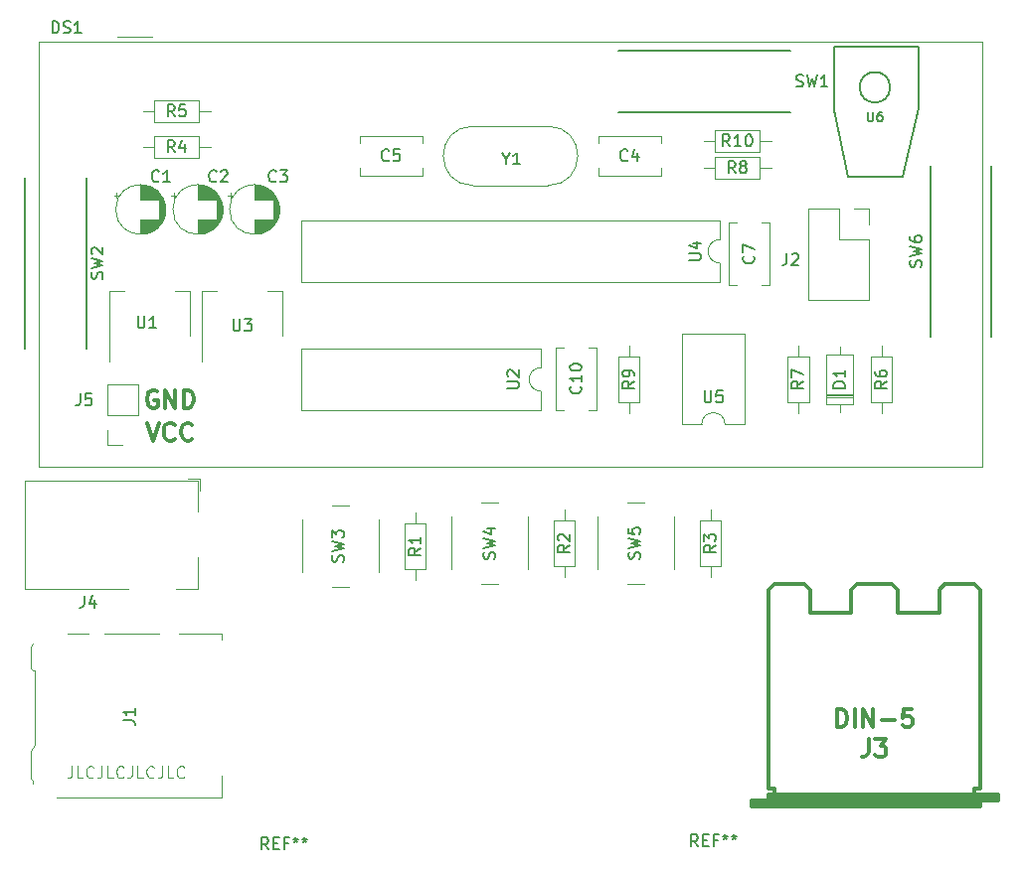
<source format=gbr>
%TF.GenerationSoftware,KiCad,Pcbnew,(6.0.7)*%
%TF.CreationDate,2022-08-13T21:24:58+02:00*%
%TF.ProjectId,SD_interrupter,53445f69-6e74-4657-9272-75707465722e,rev?*%
%TF.SameCoordinates,Original*%
%TF.FileFunction,Legend,Top*%
%TF.FilePolarity,Positive*%
%FSLAX46Y46*%
G04 Gerber Fmt 4.6, Leading zero omitted, Abs format (unit mm)*
G04 Created by KiCad (PCBNEW (6.0.7)) date 2022-08-13 21:24:58*
%MOMM*%
%LPD*%
G01*
G04 APERTURE LIST*
%ADD10C,0.300000*%
%ADD11C,0.125000*%
%ADD12C,0.150000*%
%ADD13C,0.120000*%
%ADD14C,0.304800*%
%ADD15C,0.127000*%
G04 APERTURE END LIST*
D10*
X33376142Y-55110000D02*
X33233285Y-55038571D01*
X33019000Y-55038571D01*
X32804714Y-55110000D01*
X32661857Y-55252857D01*
X32590428Y-55395714D01*
X32519000Y-55681428D01*
X32519000Y-55895714D01*
X32590428Y-56181428D01*
X32661857Y-56324285D01*
X32804714Y-56467142D01*
X33019000Y-56538571D01*
X33161857Y-56538571D01*
X33376142Y-56467142D01*
X33447571Y-56395714D01*
X33447571Y-55895714D01*
X33161857Y-55895714D01*
X34090428Y-56538571D02*
X34090428Y-55038571D01*
X34947571Y-56538571D01*
X34947571Y-55038571D01*
X35661857Y-56538571D02*
X35661857Y-55038571D01*
X36019000Y-55038571D01*
X36233285Y-55110000D01*
X36376142Y-55252857D01*
X36447571Y-55395714D01*
X36519000Y-55681428D01*
X36519000Y-55895714D01*
X36447571Y-56181428D01*
X36376142Y-56324285D01*
X36233285Y-56467142D01*
X36019000Y-56538571D01*
X35661857Y-56538571D01*
X32519000Y-57832571D02*
X33019000Y-59332571D01*
X33519000Y-57832571D01*
X34876142Y-59189714D02*
X34804714Y-59261142D01*
X34590428Y-59332571D01*
X34447571Y-59332571D01*
X34233285Y-59261142D01*
X34090428Y-59118285D01*
X34019000Y-58975428D01*
X33947571Y-58689714D01*
X33947571Y-58475428D01*
X34019000Y-58189714D01*
X34090428Y-58046857D01*
X34233285Y-57904000D01*
X34447571Y-57832571D01*
X34590428Y-57832571D01*
X34804714Y-57904000D01*
X34876142Y-57975428D01*
X36376142Y-59189714D02*
X36304714Y-59261142D01*
X36090428Y-59332571D01*
X35947571Y-59332571D01*
X35733285Y-59261142D01*
X35590428Y-59118285D01*
X35519000Y-58975428D01*
X35447571Y-58689714D01*
X35447571Y-58475428D01*
X35519000Y-58189714D01*
X35590428Y-58046857D01*
X35733285Y-57904000D01*
X35947571Y-57832571D01*
X36090428Y-57832571D01*
X36304714Y-57904000D01*
X36376142Y-57975428D01*
D11*
X26114952Y-87082380D02*
X26114952Y-87796666D01*
X26067333Y-87939523D01*
X25972095Y-88034761D01*
X25829238Y-88082380D01*
X25734000Y-88082380D01*
X27067333Y-88082380D02*
X26591142Y-88082380D01*
X26591142Y-87082380D01*
X27972095Y-87987142D02*
X27924476Y-88034761D01*
X27781619Y-88082380D01*
X27686380Y-88082380D01*
X27543523Y-88034761D01*
X27448285Y-87939523D01*
X27400666Y-87844285D01*
X27353047Y-87653809D01*
X27353047Y-87510952D01*
X27400666Y-87320476D01*
X27448285Y-87225238D01*
X27543523Y-87130000D01*
X27686380Y-87082380D01*
X27781619Y-87082380D01*
X27924476Y-87130000D01*
X27972095Y-87177619D01*
X28686380Y-87082380D02*
X28686380Y-87796666D01*
X28638761Y-87939523D01*
X28543523Y-88034761D01*
X28400666Y-88082380D01*
X28305428Y-88082380D01*
X29638761Y-88082380D02*
X29162571Y-88082380D01*
X29162571Y-87082380D01*
X30543523Y-87987142D02*
X30495904Y-88034761D01*
X30353047Y-88082380D01*
X30257809Y-88082380D01*
X30114952Y-88034761D01*
X30019714Y-87939523D01*
X29972095Y-87844285D01*
X29924476Y-87653809D01*
X29924476Y-87510952D01*
X29972095Y-87320476D01*
X30019714Y-87225238D01*
X30114952Y-87130000D01*
X30257809Y-87082380D01*
X30353047Y-87082380D01*
X30495904Y-87130000D01*
X30543523Y-87177619D01*
X31257809Y-87082380D02*
X31257809Y-87796666D01*
X31210190Y-87939523D01*
X31114952Y-88034761D01*
X30972095Y-88082380D01*
X30876857Y-88082380D01*
X32210190Y-88082380D02*
X31734000Y-88082380D01*
X31734000Y-87082380D01*
X33114952Y-87987142D02*
X33067333Y-88034761D01*
X32924476Y-88082380D01*
X32829238Y-88082380D01*
X32686380Y-88034761D01*
X32591142Y-87939523D01*
X32543523Y-87844285D01*
X32495904Y-87653809D01*
X32495904Y-87510952D01*
X32543523Y-87320476D01*
X32591142Y-87225238D01*
X32686380Y-87130000D01*
X32829238Y-87082380D01*
X32924476Y-87082380D01*
X33067333Y-87130000D01*
X33114952Y-87177619D01*
X33829238Y-87082380D02*
X33829238Y-87796666D01*
X33781619Y-87939523D01*
X33686380Y-88034761D01*
X33543523Y-88082380D01*
X33448285Y-88082380D01*
X34781619Y-88082380D02*
X34305428Y-88082380D01*
X34305428Y-87082380D01*
X35686380Y-87987142D02*
X35638761Y-88034761D01*
X35495904Y-88082380D01*
X35400666Y-88082380D01*
X35257809Y-88034761D01*
X35162571Y-87939523D01*
X35114952Y-87844285D01*
X35067333Y-87653809D01*
X35067333Y-87510952D01*
X35114952Y-87320476D01*
X35162571Y-87225238D01*
X35257809Y-87130000D01*
X35400666Y-87082380D01*
X35495904Y-87082380D01*
X35638761Y-87130000D01*
X35686380Y-87177619D01*
D12*
%TO.C,R6*%
X95526780Y-54268666D02*
X95050590Y-54602000D01*
X95526780Y-54840095D02*
X94526780Y-54840095D01*
X94526780Y-54459142D01*
X94574400Y-54363904D01*
X94622019Y-54316285D01*
X94717257Y-54268666D01*
X94860114Y-54268666D01*
X94955352Y-54316285D01*
X95002971Y-54363904D01*
X95050590Y-54459142D01*
X95050590Y-54840095D01*
X94526780Y-53411523D02*
X94526780Y-53602000D01*
X94574400Y-53697238D01*
X94622019Y-53744857D01*
X94764876Y-53840095D01*
X94955352Y-53887714D01*
X95336304Y-53887714D01*
X95431542Y-53840095D01*
X95479161Y-53792476D01*
X95526780Y-53697238D01*
X95526780Y-53506761D01*
X95479161Y-53411523D01*
X95431542Y-53363904D01*
X95336304Y-53316285D01*
X95098209Y-53316285D01*
X95002971Y-53363904D01*
X94955352Y-53411523D01*
X94907733Y-53506761D01*
X94907733Y-53697238D01*
X94955352Y-53792476D01*
X95002971Y-53840095D01*
X95098209Y-53887714D01*
%TO.C,U2*%
X63191380Y-54873904D02*
X64000904Y-54873904D01*
X64096142Y-54826285D01*
X64143761Y-54778666D01*
X64191380Y-54683428D01*
X64191380Y-54492952D01*
X64143761Y-54397714D01*
X64096142Y-54350095D01*
X64000904Y-54302476D01*
X63191380Y-54302476D01*
X63286619Y-53873904D02*
X63239000Y-53826285D01*
X63191380Y-53731047D01*
X63191380Y-53492952D01*
X63239000Y-53397714D01*
X63286619Y-53350095D01*
X63381857Y-53302476D01*
X63477095Y-53302476D01*
X63619952Y-53350095D01*
X64191380Y-53921523D01*
X64191380Y-53302476D01*
D10*
%TO.C,J3*%
X93988000Y-84776571D02*
X93988000Y-85848000D01*
X93916571Y-86062285D01*
X93773714Y-86205142D01*
X93559428Y-86276571D01*
X93416571Y-86276571D01*
X94559428Y-84776571D02*
X95488000Y-84776571D01*
X94988000Y-85348000D01*
X95202285Y-85348000D01*
X95345142Y-85419428D01*
X95416571Y-85490857D01*
X95488000Y-85633714D01*
X95488000Y-85990857D01*
X95416571Y-86133714D01*
X95345142Y-86205142D01*
X95202285Y-86276571D01*
X94773714Y-86276571D01*
X94630857Y-86205142D01*
X94559428Y-86133714D01*
X91309428Y-83736571D02*
X91309428Y-82236571D01*
X91666571Y-82236571D01*
X91880857Y-82308000D01*
X92023714Y-82450857D01*
X92095142Y-82593714D01*
X92166571Y-82879428D01*
X92166571Y-83093714D01*
X92095142Y-83379428D01*
X92023714Y-83522285D01*
X91880857Y-83665142D01*
X91666571Y-83736571D01*
X91309428Y-83736571D01*
X92809428Y-83736571D02*
X92809428Y-82236571D01*
X93523714Y-83736571D02*
X93523714Y-82236571D01*
X94380857Y-83736571D01*
X94380857Y-82236571D01*
X95095142Y-83165142D02*
X96238000Y-83165142D01*
X97666571Y-82236571D02*
X96952285Y-82236571D01*
X96880857Y-82950857D01*
X96952285Y-82879428D01*
X97095142Y-82808000D01*
X97452285Y-82808000D01*
X97595142Y-82879428D01*
X97666571Y-82950857D01*
X97738000Y-83093714D01*
X97738000Y-83450857D01*
X97666571Y-83593714D01*
X97595142Y-83665142D01*
X97452285Y-83736571D01*
X97095142Y-83736571D01*
X96952285Y-83665142D01*
X96880857Y-83593714D01*
D12*
%TO.C,SW3*%
X49226761Y-69659333D02*
X49274380Y-69516476D01*
X49274380Y-69278380D01*
X49226761Y-69183142D01*
X49179142Y-69135523D01*
X49083904Y-69087904D01*
X48988666Y-69087904D01*
X48893428Y-69135523D01*
X48845809Y-69183142D01*
X48798190Y-69278380D01*
X48750571Y-69468857D01*
X48702952Y-69564095D01*
X48655333Y-69611714D01*
X48560095Y-69659333D01*
X48464857Y-69659333D01*
X48369619Y-69611714D01*
X48322000Y-69564095D01*
X48274380Y-69468857D01*
X48274380Y-69230761D01*
X48322000Y-69087904D01*
X48274380Y-68754571D02*
X49274380Y-68516476D01*
X48560095Y-68326000D01*
X49274380Y-68135523D01*
X48274380Y-67897428D01*
X48274380Y-67611714D02*
X48274380Y-66992666D01*
X48655333Y-67326000D01*
X48655333Y-67183142D01*
X48702952Y-67087904D01*
X48750571Y-67040285D01*
X48845809Y-66992666D01*
X49083904Y-66992666D01*
X49179142Y-67040285D01*
X49226761Y-67087904D01*
X49274380Y-67183142D01*
X49274380Y-67468857D01*
X49226761Y-67564095D01*
X49179142Y-67611714D01*
%TO.C,R3*%
X80970380Y-68238666D02*
X80494190Y-68572000D01*
X80970380Y-68810095D02*
X79970380Y-68810095D01*
X79970380Y-68429142D01*
X80018000Y-68333904D01*
X80065619Y-68286285D01*
X80160857Y-68238666D01*
X80303714Y-68238666D01*
X80398952Y-68286285D01*
X80446571Y-68333904D01*
X80494190Y-68429142D01*
X80494190Y-68810095D01*
X79970380Y-67905333D02*
X79970380Y-67286285D01*
X80351333Y-67619619D01*
X80351333Y-67476761D01*
X80398952Y-67381523D01*
X80446571Y-67333904D01*
X80541809Y-67286285D01*
X80779904Y-67286285D01*
X80875142Y-67333904D01*
X80922761Y-67381523D01*
X80970380Y-67476761D01*
X80970380Y-67762476D01*
X80922761Y-67857714D01*
X80875142Y-67905333D01*
%TO.C,U6*%
X93917699Y-31318803D02*
X93917699Y-31956224D01*
X93955195Y-32031215D01*
X93992690Y-32068710D01*
X94067681Y-32106205D01*
X94217662Y-32106205D01*
X94292653Y-32068710D01*
X94330148Y-32031215D01*
X94367643Y-31956224D01*
X94367643Y-31318803D01*
X95080055Y-31318803D02*
X94930073Y-31318803D01*
X94855083Y-31356299D01*
X94817587Y-31393794D01*
X94742597Y-31506280D01*
X94705101Y-31656261D01*
X94705101Y-31956224D01*
X94742597Y-32031215D01*
X94780092Y-32068710D01*
X94855083Y-32106205D01*
X95005064Y-32106205D01*
X95080055Y-32068710D01*
X95117550Y-32031215D01*
X95155045Y-31956224D01*
X95155045Y-31768747D01*
X95117550Y-31693757D01*
X95080055Y-31656261D01*
X95005064Y-31618766D01*
X94855083Y-31618766D01*
X94780092Y-31656261D01*
X94742597Y-31693757D01*
X94705101Y-31768747D01*
%TO.C,REF\u002A\u002A*%
X42862666Y-94178380D02*
X42529333Y-93702190D01*
X42291238Y-94178380D02*
X42291238Y-93178380D01*
X42672190Y-93178380D01*
X42767428Y-93226000D01*
X42815047Y-93273619D01*
X42862666Y-93368857D01*
X42862666Y-93511714D01*
X42815047Y-93606952D01*
X42767428Y-93654571D01*
X42672190Y-93702190D01*
X42291238Y-93702190D01*
X43291238Y-93654571D02*
X43624571Y-93654571D01*
X43767428Y-94178380D02*
X43291238Y-94178380D01*
X43291238Y-93178380D01*
X43767428Y-93178380D01*
X44529333Y-93654571D02*
X44196000Y-93654571D01*
X44196000Y-94178380D02*
X44196000Y-93178380D01*
X44672190Y-93178380D01*
X45196000Y-93178380D02*
X45196000Y-93416476D01*
X44957904Y-93321238D02*
X45196000Y-93416476D01*
X45434095Y-93321238D01*
X45053142Y-93606952D02*
X45196000Y-93416476D01*
X45338857Y-93606952D01*
X45957904Y-93178380D02*
X45957904Y-93416476D01*
X45719809Y-93321238D02*
X45957904Y-93416476D01*
X46196000Y-93321238D01*
X45815047Y-93606952D02*
X45957904Y-93416476D01*
X46100761Y-93606952D01*
%TO.C,U3*%
X39878095Y-48982380D02*
X39878095Y-49791904D01*
X39925714Y-49887142D01*
X39973333Y-49934761D01*
X40068571Y-49982380D01*
X40259047Y-49982380D01*
X40354285Y-49934761D01*
X40401904Y-49887142D01*
X40449523Y-49791904D01*
X40449523Y-48982380D01*
X40830476Y-48982380D02*
X41449523Y-48982380D01*
X41116190Y-49363333D01*
X41259047Y-49363333D01*
X41354285Y-49410952D01*
X41401904Y-49458571D01*
X41449523Y-49553809D01*
X41449523Y-49791904D01*
X41401904Y-49887142D01*
X41354285Y-49934761D01*
X41259047Y-49982380D01*
X40973333Y-49982380D01*
X40878095Y-49934761D01*
X40830476Y-49887142D01*
%TO.C,J5*%
X26844666Y-55332380D02*
X26844666Y-56046666D01*
X26797047Y-56189523D01*
X26701809Y-56284761D01*
X26558952Y-56332380D01*
X26463714Y-56332380D01*
X27797047Y-55332380D02*
X27320857Y-55332380D01*
X27273238Y-55808571D01*
X27320857Y-55760952D01*
X27416095Y-55713333D01*
X27654190Y-55713333D01*
X27749428Y-55760952D01*
X27797047Y-55808571D01*
X27844666Y-55903809D01*
X27844666Y-56141904D01*
X27797047Y-56237142D01*
X27749428Y-56284761D01*
X27654190Y-56332380D01*
X27416095Y-56332380D01*
X27320857Y-56284761D01*
X27273238Y-56237142D01*
%TO.C,D1*%
X91975980Y-54840095D02*
X90975980Y-54840095D01*
X90975980Y-54602000D01*
X91023600Y-54459142D01*
X91118838Y-54363904D01*
X91214076Y-54316285D01*
X91404552Y-54268666D01*
X91547409Y-54268666D01*
X91737885Y-54316285D01*
X91833123Y-54363904D01*
X91928361Y-54459142D01*
X91975980Y-54602000D01*
X91975980Y-54840095D01*
X91975980Y-53316285D02*
X91975980Y-53887714D01*
X91975980Y-53602000D02*
X90975980Y-53602000D01*
X91118838Y-53697238D01*
X91214076Y-53792476D01*
X91261695Y-53887714D01*
%TO.C,R10*%
X82161142Y-34234380D02*
X81827809Y-33758190D01*
X81589714Y-34234380D02*
X81589714Y-33234380D01*
X81970666Y-33234380D01*
X82065904Y-33282000D01*
X82113523Y-33329619D01*
X82161142Y-33424857D01*
X82161142Y-33567714D01*
X82113523Y-33662952D01*
X82065904Y-33710571D01*
X81970666Y-33758190D01*
X81589714Y-33758190D01*
X83113523Y-34234380D02*
X82542095Y-34234380D01*
X82827809Y-34234380D02*
X82827809Y-33234380D01*
X82732571Y-33377238D01*
X82637333Y-33472476D01*
X82542095Y-33520095D01*
X83732571Y-33234380D02*
X83827809Y-33234380D01*
X83923047Y-33282000D01*
X83970666Y-33329619D01*
X84018285Y-33424857D01*
X84065904Y-33615333D01*
X84065904Y-33853428D01*
X84018285Y-34043904D01*
X83970666Y-34139142D01*
X83923047Y-34186761D01*
X83827809Y-34234380D01*
X83732571Y-34234380D01*
X83637333Y-34186761D01*
X83589714Y-34139142D01*
X83542095Y-34043904D01*
X83494476Y-33853428D01*
X83494476Y-33615333D01*
X83542095Y-33424857D01*
X83589714Y-33329619D01*
X83637333Y-33282000D01*
X83732571Y-33234380D01*
%TO.C,C4*%
X73453333Y-35409142D02*
X73405714Y-35456761D01*
X73262857Y-35504380D01*
X73167619Y-35504380D01*
X73024761Y-35456761D01*
X72929523Y-35361523D01*
X72881904Y-35266285D01*
X72834285Y-35075809D01*
X72834285Y-34932952D01*
X72881904Y-34742476D01*
X72929523Y-34647238D01*
X73024761Y-34552000D01*
X73167619Y-34504380D01*
X73262857Y-34504380D01*
X73405714Y-34552000D01*
X73453333Y-34599619D01*
X74310476Y-34837714D02*
X74310476Y-35504380D01*
X74072380Y-34456761D02*
X73834285Y-35171047D01*
X74453333Y-35171047D01*
%TO.C,C10*%
X69445142Y-54704857D02*
X69492761Y-54752476D01*
X69540380Y-54895333D01*
X69540380Y-54990571D01*
X69492761Y-55133428D01*
X69397523Y-55228666D01*
X69302285Y-55276285D01*
X69111809Y-55323904D01*
X68968952Y-55323904D01*
X68778476Y-55276285D01*
X68683238Y-55228666D01*
X68588000Y-55133428D01*
X68540380Y-54990571D01*
X68540380Y-54895333D01*
X68588000Y-54752476D01*
X68635619Y-54704857D01*
X69540380Y-53752476D02*
X69540380Y-54323904D01*
X69540380Y-54038190D02*
X68540380Y-54038190D01*
X68683238Y-54133428D01*
X68778476Y-54228666D01*
X68826095Y-54323904D01*
X68540380Y-53133428D02*
X68540380Y-53038190D01*
X68588000Y-52942952D01*
X68635619Y-52895333D01*
X68730857Y-52847714D01*
X68921333Y-52800095D01*
X69159428Y-52800095D01*
X69349904Y-52847714D01*
X69445142Y-52895333D01*
X69492761Y-52942952D01*
X69540380Y-53038190D01*
X69540380Y-53133428D01*
X69492761Y-53228666D01*
X69445142Y-53276285D01*
X69349904Y-53323904D01*
X69159428Y-53371523D01*
X68921333Y-53371523D01*
X68730857Y-53323904D01*
X68635619Y-53276285D01*
X68588000Y-53228666D01*
X68540380Y-53133428D01*
%TO.C,R8*%
X82637334Y-36520380D02*
X82304001Y-36044190D01*
X82065905Y-36520380D02*
X82065905Y-35520380D01*
X82446858Y-35520380D01*
X82542096Y-35568000D01*
X82589715Y-35615619D01*
X82637334Y-35710857D01*
X82637334Y-35853714D01*
X82589715Y-35948952D01*
X82542096Y-35996571D01*
X82446858Y-36044190D01*
X82065905Y-36044190D01*
X83208762Y-35948952D02*
X83113524Y-35901333D01*
X83065905Y-35853714D01*
X83018286Y-35758476D01*
X83018286Y-35710857D01*
X83065905Y-35615619D01*
X83113524Y-35568000D01*
X83208762Y-35520380D01*
X83399239Y-35520380D01*
X83494477Y-35568000D01*
X83542096Y-35615619D01*
X83589715Y-35710857D01*
X83589715Y-35758476D01*
X83542096Y-35853714D01*
X83494477Y-35901333D01*
X83399239Y-35948952D01*
X83208762Y-35948952D01*
X83113524Y-35996571D01*
X83065905Y-36044190D01*
X83018286Y-36139428D01*
X83018286Y-36329904D01*
X83065905Y-36425142D01*
X83113524Y-36472761D01*
X83208762Y-36520380D01*
X83399239Y-36520380D01*
X83494477Y-36472761D01*
X83542096Y-36425142D01*
X83589715Y-36329904D01*
X83589715Y-36139428D01*
X83542096Y-36044190D01*
X83494477Y-35996571D01*
X83399239Y-35948952D01*
%TO.C,J4*%
X27188666Y-72570880D02*
X27188666Y-73285166D01*
X27141047Y-73428023D01*
X27045809Y-73523261D01*
X26902952Y-73570880D01*
X26807714Y-73570880D01*
X28093428Y-72904214D02*
X28093428Y-73570880D01*
X27855333Y-72523261D02*
X27617238Y-73237547D01*
X28236285Y-73237547D01*
%TO.C,R1*%
X55824380Y-68492666D02*
X55348190Y-68826000D01*
X55824380Y-69064095D02*
X54824380Y-69064095D01*
X54824380Y-68683142D01*
X54872000Y-68587904D01*
X54919619Y-68540285D01*
X55014857Y-68492666D01*
X55157714Y-68492666D01*
X55252952Y-68540285D01*
X55300571Y-68587904D01*
X55348190Y-68683142D01*
X55348190Y-69064095D01*
X55824380Y-67540285D02*
X55824380Y-68111714D01*
X55824380Y-67826000D02*
X54824380Y-67826000D01*
X54967238Y-67921238D01*
X55062476Y-68016476D01*
X55110095Y-68111714D01*
%TO.C,J2*%
X87022666Y-43379380D02*
X87022666Y-44093666D01*
X86975047Y-44236523D01*
X86879809Y-44331761D01*
X86736952Y-44379380D01*
X86641714Y-44379380D01*
X87451238Y-43474619D02*
X87498857Y-43427000D01*
X87594095Y-43379380D01*
X87832190Y-43379380D01*
X87927428Y-43427000D01*
X87975047Y-43474619D01*
X88022666Y-43569857D01*
X88022666Y-43665095D01*
X87975047Y-43807952D01*
X87403619Y-44379380D01*
X88022666Y-44379380D01*
%TO.C,SW1*%
X87820666Y-29106761D02*
X87963523Y-29154380D01*
X88201619Y-29154380D01*
X88296857Y-29106761D01*
X88344476Y-29059142D01*
X88392095Y-28963904D01*
X88392095Y-28868666D01*
X88344476Y-28773428D01*
X88296857Y-28725809D01*
X88201619Y-28678190D01*
X88011142Y-28630571D01*
X87915904Y-28582952D01*
X87868285Y-28535333D01*
X87820666Y-28440095D01*
X87820666Y-28344857D01*
X87868285Y-28249619D01*
X87915904Y-28202000D01*
X88011142Y-28154380D01*
X88249238Y-28154380D01*
X88392095Y-28202000D01*
X88725428Y-28154380D02*
X88963523Y-29154380D01*
X89154000Y-28440095D01*
X89344476Y-29154380D01*
X89582571Y-28154380D01*
X90487333Y-29154380D02*
X89915904Y-29154380D01*
X90201619Y-29154380D02*
X90201619Y-28154380D01*
X90106380Y-28297238D01*
X90011142Y-28392476D01*
X89915904Y-28440095D01*
%TO.C,Y1*%
X63103809Y-35290690D02*
X63103809Y-35766880D01*
X62770476Y-34766880D02*
X63103809Y-35290690D01*
X63437142Y-34766880D01*
X64294285Y-35766880D02*
X63722857Y-35766880D01*
X64008571Y-35766880D02*
X64008571Y-34766880D01*
X63913333Y-34909738D01*
X63818095Y-35004976D01*
X63722857Y-35052595D01*
%TO.C,R2*%
X68524380Y-68238666D02*
X68048190Y-68572000D01*
X68524380Y-68810095D02*
X67524380Y-68810095D01*
X67524380Y-68429142D01*
X67572000Y-68333904D01*
X67619619Y-68286285D01*
X67714857Y-68238666D01*
X67857714Y-68238666D01*
X67952952Y-68286285D01*
X68000571Y-68333904D01*
X68048190Y-68429142D01*
X68048190Y-68810095D01*
X67619619Y-67857714D02*
X67572000Y-67810095D01*
X67524380Y-67714857D01*
X67524380Y-67476761D01*
X67572000Y-67381523D01*
X67619619Y-67333904D01*
X67714857Y-67286285D01*
X67810095Y-67286285D01*
X67952952Y-67333904D01*
X68524380Y-67905333D01*
X68524380Y-67286285D01*
%TO.C,U4*%
X78700380Y-43951904D02*
X79509904Y-43951904D01*
X79605142Y-43904285D01*
X79652761Y-43856666D01*
X79700380Y-43761428D01*
X79700380Y-43570952D01*
X79652761Y-43475714D01*
X79605142Y-43428095D01*
X79509904Y-43380476D01*
X78700380Y-43380476D01*
X79033714Y-42475714D02*
X79700380Y-42475714D01*
X78652761Y-42713809D02*
X79367047Y-42951904D01*
X79367047Y-42332857D01*
%TO.C,C2*%
X38441333Y-37187142D02*
X38393714Y-37234761D01*
X38250857Y-37282380D01*
X38155619Y-37282380D01*
X38012761Y-37234761D01*
X37917523Y-37139523D01*
X37869904Y-37044285D01*
X37822285Y-36853809D01*
X37822285Y-36710952D01*
X37869904Y-36520476D01*
X37917523Y-36425238D01*
X38012761Y-36330000D01*
X38155619Y-36282380D01*
X38250857Y-36282380D01*
X38393714Y-36330000D01*
X38441333Y-36377619D01*
X38822285Y-36377619D02*
X38869904Y-36330000D01*
X38965142Y-36282380D01*
X39203238Y-36282380D01*
X39298476Y-36330000D01*
X39346095Y-36377619D01*
X39393714Y-36472857D01*
X39393714Y-36568095D01*
X39346095Y-36710952D01*
X38774666Y-37282380D01*
X39393714Y-37282380D01*
%TO.C,C7*%
X84177142Y-43600666D02*
X84224761Y-43648285D01*
X84272380Y-43791142D01*
X84272380Y-43886380D01*
X84224761Y-44029238D01*
X84129523Y-44124476D01*
X84034285Y-44172095D01*
X83843809Y-44219714D01*
X83700952Y-44219714D01*
X83510476Y-44172095D01*
X83415238Y-44124476D01*
X83320000Y-44029238D01*
X83272380Y-43886380D01*
X83272380Y-43791142D01*
X83320000Y-43648285D01*
X83367619Y-43600666D01*
X83272380Y-43267333D02*
X83272380Y-42600666D01*
X84272380Y-43029238D01*
%TO.C,R4*%
X34885333Y-34742380D02*
X34552000Y-34266190D01*
X34313904Y-34742380D02*
X34313904Y-33742380D01*
X34694857Y-33742380D01*
X34790095Y-33790000D01*
X34837714Y-33837619D01*
X34885333Y-33932857D01*
X34885333Y-34075714D01*
X34837714Y-34170952D01*
X34790095Y-34218571D01*
X34694857Y-34266190D01*
X34313904Y-34266190D01*
X35742476Y-34075714D02*
X35742476Y-34742380D01*
X35504380Y-33694761D02*
X35266285Y-34409047D01*
X35885333Y-34409047D01*
%TO.C,REF\u002A\u002A*%
X79438666Y-93924380D02*
X79105333Y-93448190D01*
X78867238Y-93924380D02*
X78867238Y-92924380D01*
X79248190Y-92924380D01*
X79343428Y-92972000D01*
X79391047Y-93019619D01*
X79438666Y-93114857D01*
X79438666Y-93257714D01*
X79391047Y-93352952D01*
X79343428Y-93400571D01*
X79248190Y-93448190D01*
X78867238Y-93448190D01*
X79867238Y-93400571D02*
X80200571Y-93400571D01*
X80343428Y-93924380D02*
X79867238Y-93924380D01*
X79867238Y-92924380D01*
X80343428Y-92924380D01*
X81105333Y-93400571D02*
X80772000Y-93400571D01*
X80772000Y-93924380D02*
X80772000Y-92924380D01*
X81248190Y-92924380D01*
X81772000Y-92924380D02*
X81772000Y-93162476D01*
X81533904Y-93067238D02*
X81772000Y-93162476D01*
X82010095Y-93067238D01*
X81629142Y-93352952D02*
X81772000Y-93162476D01*
X81914857Y-93352952D01*
X82533904Y-92924380D02*
X82533904Y-93162476D01*
X82295809Y-93067238D02*
X82533904Y-93162476D01*
X82772000Y-93067238D01*
X82391047Y-93352952D02*
X82533904Y-93162476D01*
X82676761Y-93352952D01*
%TO.C,R7*%
X88425180Y-54268666D02*
X87948990Y-54602000D01*
X88425180Y-54840095D02*
X87425180Y-54840095D01*
X87425180Y-54459142D01*
X87472800Y-54363904D01*
X87520419Y-54316285D01*
X87615657Y-54268666D01*
X87758514Y-54268666D01*
X87853752Y-54316285D01*
X87901371Y-54363904D01*
X87948990Y-54459142D01*
X87948990Y-54840095D01*
X87425180Y-53935333D02*
X87425180Y-53268666D01*
X88425180Y-53697238D01*
%TO.C,SW6*%
X98448761Y-44513333D02*
X98496380Y-44370476D01*
X98496380Y-44132380D01*
X98448761Y-44037142D01*
X98401142Y-43989523D01*
X98305904Y-43941904D01*
X98210666Y-43941904D01*
X98115428Y-43989523D01*
X98067809Y-44037142D01*
X98020190Y-44132380D01*
X97972571Y-44322857D01*
X97924952Y-44418095D01*
X97877333Y-44465714D01*
X97782095Y-44513333D01*
X97686857Y-44513333D01*
X97591619Y-44465714D01*
X97544000Y-44418095D01*
X97496380Y-44322857D01*
X97496380Y-44084761D01*
X97544000Y-43941904D01*
X97496380Y-43608571D02*
X98496380Y-43370476D01*
X97782095Y-43180000D01*
X98496380Y-42989523D01*
X97496380Y-42751428D01*
X97496380Y-41941904D02*
X97496380Y-42132380D01*
X97544000Y-42227619D01*
X97591619Y-42275238D01*
X97734476Y-42370476D01*
X97924952Y-42418095D01*
X98305904Y-42418095D01*
X98401142Y-42370476D01*
X98448761Y-42322857D01*
X98496380Y-42227619D01*
X98496380Y-42037142D01*
X98448761Y-41941904D01*
X98401142Y-41894285D01*
X98305904Y-41846666D01*
X98067809Y-41846666D01*
X97972571Y-41894285D01*
X97924952Y-41941904D01*
X97877333Y-42037142D01*
X97877333Y-42227619D01*
X97924952Y-42322857D01*
X97972571Y-42370476D01*
X98067809Y-42418095D01*
%TO.C,SW4*%
X62126761Y-69405333D02*
X62174380Y-69262476D01*
X62174380Y-69024380D01*
X62126761Y-68929142D01*
X62079142Y-68881523D01*
X61983904Y-68833904D01*
X61888666Y-68833904D01*
X61793428Y-68881523D01*
X61745809Y-68929142D01*
X61698190Y-69024380D01*
X61650571Y-69214857D01*
X61602952Y-69310095D01*
X61555333Y-69357714D01*
X61460095Y-69405333D01*
X61364857Y-69405333D01*
X61269619Y-69357714D01*
X61222000Y-69310095D01*
X61174380Y-69214857D01*
X61174380Y-68976761D01*
X61222000Y-68833904D01*
X61174380Y-68500571D02*
X62174380Y-68262476D01*
X61460095Y-68072000D01*
X62174380Y-67881523D01*
X61174380Y-67643428D01*
X61507714Y-66833904D02*
X62174380Y-66833904D01*
X61126761Y-67072000D02*
X61841047Y-67310095D01*
X61841047Y-66691047D01*
%TO.C,J1*%
X30515380Y-83167333D02*
X31229666Y-83167333D01*
X31372523Y-83214952D01*
X31467761Y-83310190D01*
X31515380Y-83453047D01*
X31515380Y-83548285D01*
X31515380Y-82167333D02*
X31515380Y-82738761D01*
X31515380Y-82453047D02*
X30515380Y-82453047D01*
X30658238Y-82548285D01*
X30753476Y-82643523D01*
X30801095Y-82738761D01*
%TO.C,SW5*%
X74472761Y-69405333D02*
X74520380Y-69262476D01*
X74520380Y-69024380D01*
X74472761Y-68929142D01*
X74425142Y-68881523D01*
X74329904Y-68833904D01*
X74234666Y-68833904D01*
X74139428Y-68881523D01*
X74091809Y-68929142D01*
X74044190Y-69024380D01*
X73996571Y-69214857D01*
X73948952Y-69310095D01*
X73901333Y-69357714D01*
X73806095Y-69405333D01*
X73710857Y-69405333D01*
X73615619Y-69357714D01*
X73568000Y-69310095D01*
X73520380Y-69214857D01*
X73520380Y-68976761D01*
X73568000Y-68833904D01*
X73520380Y-68500571D02*
X74520380Y-68262476D01*
X73806095Y-68072000D01*
X74520380Y-67881523D01*
X73520380Y-67643428D01*
X73520380Y-66786285D02*
X73520380Y-67262476D01*
X73996571Y-67310095D01*
X73948952Y-67262476D01*
X73901333Y-67167238D01*
X73901333Y-66929142D01*
X73948952Y-66833904D01*
X73996571Y-66786285D01*
X74091809Y-66738666D01*
X74329904Y-66738666D01*
X74425142Y-66786285D01*
X74472761Y-66833904D01*
X74520380Y-66929142D01*
X74520380Y-67167238D01*
X74472761Y-67262476D01*
X74425142Y-67310095D01*
%TO.C,R5*%
X34885333Y-31694380D02*
X34552000Y-31218190D01*
X34313904Y-31694380D02*
X34313904Y-30694380D01*
X34694857Y-30694380D01*
X34790095Y-30742000D01*
X34837714Y-30789619D01*
X34885333Y-30884857D01*
X34885333Y-31027714D01*
X34837714Y-31122952D01*
X34790095Y-31170571D01*
X34694857Y-31218190D01*
X34313904Y-31218190D01*
X35790095Y-30694380D02*
X35313904Y-30694380D01*
X35266285Y-31170571D01*
X35313904Y-31122952D01*
X35409142Y-31075333D01*
X35647238Y-31075333D01*
X35742476Y-31122952D01*
X35790095Y-31170571D01*
X35837714Y-31265809D01*
X35837714Y-31503904D01*
X35790095Y-31599142D01*
X35742476Y-31646761D01*
X35647238Y-31694380D01*
X35409142Y-31694380D01*
X35313904Y-31646761D01*
X35266285Y-31599142D01*
%TO.C,DS1*%
X24461714Y-24582380D02*
X24461714Y-23582380D01*
X24699809Y-23582380D01*
X24842666Y-23630000D01*
X24937904Y-23725238D01*
X24985523Y-23820476D01*
X25033142Y-24010952D01*
X25033142Y-24153809D01*
X24985523Y-24344285D01*
X24937904Y-24439523D01*
X24842666Y-24534761D01*
X24699809Y-24582380D01*
X24461714Y-24582380D01*
X25414095Y-24534761D02*
X25556952Y-24582380D01*
X25795047Y-24582380D01*
X25890285Y-24534761D01*
X25937904Y-24487142D01*
X25985523Y-24391904D01*
X25985523Y-24296666D01*
X25937904Y-24201428D01*
X25890285Y-24153809D01*
X25795047Y-24106190D01*
X25604571Y-24058571D01*
X25509333Y-24010952D01*
X25461714Y-23963333D01*
X25414095Y-23868095D01*
X25414095Y-23772857D01*
X25461714Y-23677619D01*
X25509333Y-23630000D01*
X25604571Y-23582380D01*
X25842666Y-23582380D01*
X25985523Y-23630000D01*
X26937904Y-24582380D02*
X26366476Y-24582380D01*
X26652190Y-24582380D02*
X26652190Y-23582380D01*
X26556952Y-23725238D01*
X26461714Y-23820476D01*
X26366476Y-23868095D01*
%TO.C,R9*%
X74023580Y-54268666D02*
X73547390Y-54602000D01*
X74023580Y-54840095D02*
X73023580Y-54840095D01*
X73023580Y-54459142D01*
X73071200Y-54363904D01*
X73118819Y-54316285D01*
X73214057Y-54268666D01*
X73356914Y-54268666D01*
X73452152Y-54316285D01*
X73499771Y-54363904D01*
X73547390Y-54459142D01*
X73547390Y-54840095D01*
X74023580Y-53792476D02*
X74023580Y-53602000D01*
X73975961Y-53506761D01*
X73928342Y-53459142D01*
X73785485Y-53363904D01*
X73595009Y-53316285D01*
X73214057Y-53316285D01*
X73118819Y-53363904D01*
X73071200Y-53411523D01*
X73023580Y-53506761D01*
X73023580Y-53697238D01*
X73071200Y-53792476D01*
X73118819Y-53840095D01*
X73214057Y-53887714D01*
X73452152Y-53887714D01*
X73547390Y-53840095D01*
X73595009Y-53792476D01*
X73642628Y-53697238D01*
X73642628Y-53506761D01*
X73595009Y-53411523D01*
X73547390Y-53363904D01*
X73452152Y-53316285D01*
%TO.C,C5*%
X53133333Y-35409142D02*
X53085714Y-35456761D01*
X52942857Y-35504380D01*
X52847619Y-35504380D01*
X52704761Y-35456761D01*
X52609523Y-35361523D01*
X52561904Y-35266285D01*
X52514285Y-35075809D01*
X52514285Y-34932952D01*
X52561904Y-34742476D01*
X52609523Y-34647238D01*
X52704761Y-34552000D01*
X52847619Y-34504380D01*
X52942857Y-34504380D01*
X53085714Y-34552000D01*
X53133333Y-34599619D01*
X54038095Y-34504380D02*
X53561904Y-34504380D01*
X53514285Y-34980571D01*
X53561904Y-34932952D01*
X53657142Y-34885333D01*
X53895238Y-34885333D01*
X53990476Y-34932952D01*
X54038095Y-34980571D01*
X54085714Y-35075809D01*
X54085714Y-35313904D01*
X54038095Y-35409142D01*
X53990476Y-35456761D01*
X53895238Y-35504380D01*
X53657142Y-35504380D01*
X53561904Y-35456761D01*
X53514285Y-35409142D01*
%TO.C,SW2*%
X28725761Y-45529333D02*
X28773380Y-45386476D01*
X28773380Y-45148380D01*
X28725761Y-45053142D01*
X28678142Y-45005523D01*
X28582904Y-44957904D01*
X28487666Y-44957904D01*
X28392428Y-45005523D01*
X28344809Y-45053142D01*
X28297190Y-45148380D01*
X28249571Y-45338857D01*
X28201952Y-45434095D01*
X28154333Y-45481714D01*
X28059095Y-45529333D01*
X27963857Y-45529333D01*
X27868619Y-45481714D01*
X27821000Y-45434095D01*
X27773380Y-45338857D01*
X27773380Y-45100761D01*
X27821000Y-44957904D01*
X27773380Y-44624571D02*
X28773380Y-44386476D01*
X28059095Y-44196000D01*
X28773380Y-44005523D01*
X27773380Y-43767428D01*
X27868619Y-43434095D02*
X27821000Y-43386476D01*
X27773380Y-43291238D01*
X27773380Y-43053142D01*
X27821000Y-42957904D01*
X27868619Y-42910285D01*
X27963857Y-42862666D01*
X28059095Y-42862666D01*
X28201952Y-42910285D01*
X28773380Y-43481714D01*
X28773380Y-42862666D01*
%TO.C,U1*%
X31750095Y-48728380D02*
X31750095Y-49537904D01*
X31797714Y-49633142D01*
X31845333Y-49680761D01*
X31940571Y-49728380D01*
X32131047Y-49728380D01*
X32226285Y-49680761D01*
X32273904Y-49633142D01*
X32321523Y-49537904D01*
X32321523Y-48728380D01*
X33321523Y-49728380D02*
X32750095Y-49728380D01*
X33035809Y-49728380D02*
X33035809Y-48728380D01*
X32940571Y-48871238D01*
X32845333Y-48966476D01*
X32750095Y-49014095D01*
%TO.C,C3*%
X43521333Y-37187142D02*
X43473714Y-37234761D01*
X43330857Y-37282380D01*
X43235619Y-37282380D01*
X43092761Y-37234761D01*
X42997523Y-37139523D01*
X42949904Y-37044285D01*
X42902285Y-36853809D01*
X42902285Y-36710952D01*
X42949904Y-36520476D01*
X42997523Y-36425238D01*
X43092761Y-36330000D01*
X43235619Y-36282380D01*
X43330857Y-36282380D01*
X43473714Y-36330000D01*
X43521333Y-36377619D01*
X43854666Y-36282380D02*
X44473714Y-36282380D01*
X44140380Y-36663333D01*
X44283238Y-36663333D01*
X44378476Y-36710952D01*
X44426095Y-36758571D01*
X44473714Y-36853809D01*
X44473714Y-37091904D01*
X44426095Y-37187142D01*
X44378476Y-37234761D01*
X44283238Y-37282380D01*
X43997523Y-37282380D01*
X43902285Y-37234761D01*
X43854666Y-37187142D01*
%TO.C,C1*%
X33546333Y-37187142D02*
X33498714Y-37234761D01*
X33355857Y-37282380D01*
X33260619Y-37282380D01*
X33117761Y-37234761D01*
X33022523Y-37139523D01*
X32974904Y-37044285D01*
X32927285Y-36853809D01*
X32927285Y-36710952D01*
X32974904Y-36520476D01*
X33022523Y-36425238D01*
X33117761Y-36330000D01*
X33260619Y-36282380D01*
X33355857Y-36282380D01*
X33498714Y-36330000D01*
X33546333Y-36377619D01*
X34498714Y-37282380D02*
X33927285Y-37282380D01*
X34213000Y-37282380D02*
X34213000Y-36282380D01*
X34117761Y-36425238D01*
X34022523Y-36520476D01*
X33927285Y-36568095D01*
%TO.C,U5*%
X80000095Y-55078380D02*
X80000095Y-55887904D01*
X80047714Y-55983142D01*
X80095333Y-56030761D01*
X80190571Y-56078380D01*
X80381047Y-56078380D01*
X80476285Y-56030761D01*
X80523904Y-55983142D01*
X80571523Y-55887904D01*
X80571523Y-55078380D01*
X81523904Y-55078380D02*
X81047714Y-55078380D01*
X81000095Y-55554571D01*
X81047714Y-55506952D01*
X81142952Y-55459333D01*
X81381047Y-55459333D01*
X81476285Y-55506952D01*
X81523904Y-55554571D01*
X81571523Y-55649809D01*
X81571523Y-55887904D01*
X81523904Y-55983142D01*
X81476285Y-56030761D01*
X81381047Y-56078380D01*
X81142952Y-56078380D01*
X81047714Y-56030761D01*
X81000095Y-55983142D01*
D13*
%TO.C,R6*%
X94154400Y-52182000D02*
X94154400Y-56022000D01*
X94154400Y-56022000D02*
X95994400Y-56022000D01*
X95074400Y-51232000D02*
X95074400Y-52182000D01*
X95994400Y-56022000D02*
X95994400Y-52182000D01*
X95994400Y-52182000D02*
X94154400Y-52182000D01*
X95074400Y-56972000D02*
X95074400Y-56022000D01*
%TO.C,U2*%
X66085000Y-56762000D02*
X66085000Y-55112000D01*
X66085000Y-53112000D02*
X66085000Y-51462000D01*
X66085000Y-51462000D02*
X45645000Y-51462000D01*
X45645000Y-51462000D02*
X45645000Y-56762000D01*
X45645000Y-56762000D02*
X66085000Y-56762000D01*
X66085000Y-53112000D02*
G75*
G03*
X66085000Y-55112000I0J-1000000D01*
G01*
D14*
%TO.C,J3*%
X85488780Y-72026780D02*
X85989160Y-71526400D01*
X92489020Y-72026780D02*
X92489020Y-74025760D01*
X96486980Y-72026780D02*
X96486980Y-74025760D01*
X103487220Y-89027000D02*
X102986840Y-89027000D01*
X88488520Y-71526400D02*
X88988900Y-72026780D01*
X92986860Y-71526400D02*
X92489020Y-72026780D01*
X92986860Y-71526400D02*
X95989140Y-71526400D01*
X88988900Y-72026780D02*
X88988900Y-74025760D01*
X103487220Y-72026780D02*
X103487220Y-89027000D01*
X83987640Y-90025220D02*
X85488780Y-90025220D01*
X83987640Y-90525600D02*
X83987640Y-90025220D01*
X103487220Y-90025220D02*
X85488780Y-90025220D01*
X102986840Y-89524840D02*
X102986840Y-89027000D01*
X83987640Y-90276680D02*
X103487220Y-90276680D01*
X104988360Y-90025220D02*
X103487220Y-90025220D01*
X85488780Y-90025220D02*
X85488780Y-89524840D01*
X100987860Y-71526400D02*
X100487480Y-71526400D01*
X104988360Y-89524840D02*
X104988360Y-90025220D01*
X85488780Y-72026780D02*
X85488780Y-89027000D01*
X88988900Y-74025760D02*
X92489020Y-74025760D01*
X102986840Y-71526400D02*
X100987860Y-71526400D01*
X85488780Y-89524840D02*
X104988360Y-89524840D01*
X95989140Y-71526400D02*
X96486980Y-72026780D01*
X100487480Y-71526400D02*
X99987100Y-72026780D01*
X85989160Y-71526400D02*
X88488520Y-71526400D01*
X85488780Y-89027000D02*
X85989160Y-89027000D01*
X99987100Y-72026780D02*
X99987100Y-74025760D01*
X99987100Y-74025760D02*
X96486980Y-74025760D01*
X85488780Y-89776300D02*
X104988360Y-89776300D01*
X103487220Y-90525600D02*
X83987640Y-90525600D01*
X103487220Y-72026780D02*
X102986840Y-71526400D01*
X103487220Y-90025220D02*
X103487220Y-90525600D01*
X85989160Y-89027000D02*
X85989160Y-89524840D01*
D13*
%TO.C,SW3*%
X48272000Y-71826000D02*
X49772000Y-71826000D01*
X52272000Y-70576000D02*
X52272000Y-66076000D01*
X45772000Y-66076000D02*
X45772000Y-70576000D01*
X49772000Y-64826000D02*
X48272000Y-64826000D01*
%TO.C,R3*%
X80518000Y-70942000D02*
X80518000Y-69992000D01*
X80518000Y-65202000D02*
X80518000Y-66152000D01*
X79598000Y-66152000D02*
X79598000Y-69992000D01*
X81438000Y-66152000D02*
X79598000Y-66152000D01*
X81438000Y-69992000D02*
X81438000Y-66152000D01*
X79598000Y-69992000D02*
X81438000Y-69992000D01*
D15*
%TO.C,U6*%
X92217625Y-36810000D02*
X96917625Y-36810000D01*
X91017625Y-25710000D02*
X91017625Y-31210000D01*
X91017625Y-31210000D02*
X92217625Y-36810000D01*
X98217625Y-25710000D02*
X98217625Y-31010000D01*
X91017625Y-25710000D02*
X98217625Y-25710000D01*
X96917625Y-36810000D02*
X98217625Y-31010000D01*
X95817625Y-29210000D02*
G75*
G03*
X95817625Y-29210000I-1300000J0D01*
G01*
D13*
%TO.C,U3*%
X44050000Y-46604000D02*
X42790000Y-46604000D01*
X37230000Y-46604000D02*
X38490000Y-46604000D01*
X37230000Y-52614000D02*
X37230000Y-46604000D01*
X44050000Y-50364000D02*
X44050000Y-46604000D01*
%TO.C,J5*%
X31785000Y-54530000D02*
X29125000Y-54530000D01*
X30455000Y-59730000D02*
X29125000Y-59730000D01*
X29125000Y-57130000D02*
X29125000Y-54530000D01*
X31785000Y-57130000D02*
X31785000Y-54530000D01*
X31785000Y-57130000D02*
X29125000Y-57130000D01*
X29125000Y-59730000D02*
X29125000Y-58400000D01*
%TO.C,D1*%
X90403600Y-55382000D02*
X92643600Y-55382000D01*
X90403600Y-55622000D02*
X92643600Y-55622000D01*
X90403600Y-56222000D02*
X92643600Y-56222000D01*
X92643600Y-51982000D02*
X90403600Y-51982000D01*
X91523600Y-56872000D02*
X91523600Y-56222000D01*
X90403600Y-51982000D02*
X90403600Y-56222000D01*
X91523600Y-51332000D02*
X91523600Y-51982000D01*
X92643600Y-56222000D02*
X92643600Y-51982000D01*
X90403600Y-55502000D02*
X92643600Y-55502000D01*
%TO.C,R10*%
X79934000Y-33782000D02*
X80884000Y-33782000D01*
X85674000Y-33782000D02*
X84724000Y-33782000D01*
X80884000Y-32862000D02*
X80884000Y-34702000D01*
X84724000Y-32862000D02*
X80884000Y-32862000D01*
X80884000Y-34702000D02*
X84724000Y-34702000D01*
X84724000Y-34702000D02*
X84724000Y-32862000D01*
%TO.C,C4*%
X70950000Y-36107000D02*
X70950000Y-36773000D01*
X76290000Y-33331000D02*
X76290000Y-33997000D01*
X70950000Y-33331000D02*
X70950000Y-33997000D01*
X70950000Y-36773000D02*
X76290000Y-36773000D01*
X76290000Y-36107000D02*
X76290000Y-36773000D01*
X70950000Y-33331000D02*
X76290000Y-33331000D01*
%TO.C,C10*%
X68033000Y-56732000D02*
X67367000Y-56732000D01*
X68033000Y-51392000D02*
X67367000Y-51392000D01*
X70809000Y-51392000D02*
X70809000Y-56732000D01*
X70809000Y-56732000D02*
X70143000Y-56732000D01*
X70809000Y-51392000D02*
X70143000Y-51392000D01*
X67367000Y-51392000D02*
X67367000Y-56732000D01*
%TO.C,R8*%
X80884000Y-36988000D02*
X84724000Y-36988000D01*
X85674000Y-36068000D02*
X84724000Y-36068000D01*
X79934000Y-36068000D02*
X80884000Y-36068000D01*
X84724000Y-36988000D02*
X84724000Y-35148000D01*
X80884000Y-35148000D02*
X80884000Y-36988000D01*
X84724000Y-35148000D02*
X80884000Y-35148000D01*
%TO.C,J4*%
X22172000Y-62768500D02*
X36872000Y-62768500D01*
X22172000Y-71968500D02*
X22172000Y-62768500D01*
X36872000Y-69268500D02*
X36872000Y-71968500D01*
X36022000Y-62568500D02*
X37072000Y-62568500D01*
X30972000Y-71968500D02*
X22172000Y-71968500D01*
X36872000Y-62768500D02*
X36872000Y-65368500D01*
X36872000Y-71968500D02*
X34972000Y-71968500D01*
X37072000Y-63618500D02*
X37072000Y-62568500D01*
%TO.C,R1*%
X54452000Y-70246000D02*
X56292000Y-70246000D01*
X54452000Y-66406000D02*
X54452000Y-70246000D01*
X56292000Y-70246000D02*
X56292000Y-66406000D01*
X55372000Y-65456000D02*
X55372000Y-66406000D01*
X56292000Y-66406000D02*
X54452000Y-66406000D01*
X55372000Y-71196000D02*
X55372000Y-70246000D01*
%TO.C,J2*%
X92710000Y-39564000D02*
X94040000Y-39564000D01*
X88840000Y-39564000D02*
X88840000Y-47304000D01*
X91440000Y-39564000D02*
X91440000Y-42164000D01*
X94040000Y-42164000D02*
X94040000Y-47304000D01*
X88840000Y-47304000D02*
X94040000Y-47304000D01*
X94040000Y-39564000D02*
X94040000Y-40894000D01*
X91440000Y-42164000D02*
X94040000Y-42164000D01*
X88840000Y-39564000D02*
X91440000Y-39564000D01*
D12*
%TO.C,SW1*%
X72710000Y-26102000D02*
X87310000Y-26102000D01*
X72710000Y-31302000D02*
X87310000Y-31302000D01*
D13*
%TO.C,Y1*%
X60290000Y-32527000D02*
X66690000Y-32527000D01*
X60290000Y-37577000D02*
X66690000Y-37577000D01*
X60290000Y-32527000D02*
G75*
G03*
X60290000Y-37577000I0J-2525000D01*
G01*
X66690000Y-37577000D02*
G75*
G03*
X66690000Y-32527000I0J2525000D01*
G01*
%TO.C,R2*%
X68072000Y-65202000D02*
X68072000Y-66152000D01*
X67152000Y-66152000D02*
X67152000Y-69992000D01*
X68072000Y-70942000D02*
X68072000Y-69992000D01*
X68992000Y-69992000D02*
X68992000Y-66152000D01*
X68992000Y-66152000D02*
X67152000Y-66152000D01*
X67152000Y-69992000D02*
X68992000Y-69992000D01*
%TO.C,U4*%
X45650000Y-40540000D02*
X45650000Y-45840000D01*
X81330000Y-42190000D02*
X81330000Y-40540000D01*
X81330000Y-40540000D02*
X45650000Y-40540000D01*
X81330000Y-45840000D02*
X81330000Y-44190000D01*
X45650000Y-45840000D02*
X81330000Y-45840000D01*
X81330000Y-42190000D02*
G75*
G03*
X81330000Y-44190000I0J-1000000D01*
G01*
%TO.C,C2*%
X37938401Y-37839000D02*
X37938401Y-38784000D01*
X37337401Y-37599000D02*
X37337401Y-38784000D01*
X38218401Y-38037000D02*
X38218401Y-38784000D01*
X37497401Y-40464000D02*
X37497401Y-41606000D01*
X37778401Y-37754000D02*
X37778401Y-38784000D01*
X37738401Y-37735000D02*
X37738401Y-38784000D01*
X37978401Y-40464000D02*
X37978401Y-41384000D01*
X37658401Y-37700000D02*
X37658401Y-38784000D01*
X37978401Y-37864000D02*
X37978401Y-38784000D01*
X38178401Y-40464000D02*
X38178401Y-41243000D01*
X37537401Y-40464000D02*
X37537401Y-41592000D01*
X36897401Y-40464000D02*
X36897401Y-41704000D01*
X37818401Y-40464000D02*
X37818401Y-41475000D01*
X38738401Y-38684000D02*
X38738401Y-40564000D01*
X38418401Y-40464000D02*
X38418401Y-41020000D01*
X38658401Y-38544000D02*
X38658401Y-40704000D01*
X36977401Y-37547000D02*
X36977401Y-38784000D01*
X34787600Y-38229000D02*
X34787600Y-38629000D01*
X38578401Y-38424000D02*
X38578401Y-40824000D01*
X38898401Y-39087000D02*
X38898401Y-40161000D01*
X38098401Y-40464000D02*
X38098401Y-41304000D01*
X36937401Y-40464000D02*
X36937401Y-41703000D01*
X37698401Y-40464000D02*
X37698401Y-41531000D01*
X36857401Y-40464000D02*
X36857401Y-41704000D01*
X37537401Y-37656000D02*
X37537401Y-38784000D01*
X38698401Y-38611000D02*
X38698401Y-40637000D01*
X37257401Y-40464000D02*
X37257401Y-41666000D01*
X36857401Y-37544000D02*
X36857401Y-38784000D01*
X38018401Y-40464000D02*
X38018401Y-41359000D01*
X37898401Y-40464000D02*
X37898401Y-41432000D01*
X37177401Y-40464000D02*
X37177401Y-41680000D01*
X37858401Y-40464000D02*
X37858401Y-41454000D01*
X37497401Y-37642000D02*
X37497401Y-38784000D01*
X37938401Y-40464000D02*
X37938401Y-41409000D01*
X37377401Y-37608000D02*
X37377401Y-38784000D01*
X37818401Y-37773000D02*
X37818401Y-38784000D01*
X38138401Y-40464000D02*
X38138401Y-41274000D01*
X38858401Y-38960000D02*
X38858401Y-40288000D01*
X36937401Y-37545000D02*
X36937401Y-38784000D01*
X37578401Y-37670000D02*
X37578401Y-38784000D01*
X37778401Y-40464000D02*
X37778401Y-41494000D01*
X37578401Y-40464000D02*
X37578401Y-41578000D01*
X37177401Y-37568000D02*
X37177401Y-38784000D01*
X38298401Y-40464000D02*
X38298401Y-41140000D01*
X38218401Y-40464000D02*
X38218401Y-41211000D01*
X38338401Y-40464000D02*
X38338401Y-41102000D01*
X38938401Y-39254000D02*
X38938401Y-39994000D01*
X37858401Y-37794000D02*
X37858401Y-38784000D01*
X34587600Y-38429000D02*
X34987600Y-38429000D01*
X37337401Y-40464000D02*
X37337401Y-41649000D01*
X38018401Y-37889000D02*
X38018401Y-38784000D01*
X37297401Y-37590000D02*
X37297401Y-38784000D01*
X38458401Y-38273000D02*
X38458401Y-40975000D01*
X38538401Y-38370000D02*
X38538401Y-40878000D01*
X38498401Y-38320000D02*
X38498401Y-40928000D01*
X37457401Y-37630000D02*
X37457401Y-38784000D01*
X38418401Y-38228000D02*
X38418401Y-38784000D01*
X38378401Y-38186000D02*
X38378401Y-38784000D01*
X37417401Y-40464000D02*
X37417401Y-41629000D01*
X38138401Y-37974000D02*
X38138401Y-38784000D01*
X37137401Y-37562000D02*
X37137401Y-38784000D01*
X37097401Y-40464000D02*
X37097401Y-41691000D01*
X38098401Y-37944000D02*
X38098401Y-38784000D01*
X37217401Y-40464000D02*
X37217401Y-41674000D01*
X37898401Y-37816000D02*
X37898401Y-38784000D01*
X38058401Y-37916000D02*
X38058401Y-38784000D01*
X37618401Y-37684000D02*
X37618401Y-38784000D01*
X38258401Y-40464000D02*
X38258401Y-41176000D01*
X37658401Y-40464000D02*
X37658401Y-41548000D01*
X37137401Y-40464000D02*
X37137401Y-41686000D01*
X37417401Y-37619000D02*
X37417401Y-38784000D01*
X37297401Y-40464000D02*
X37297401Y-41658000D01*
X38338401Y-38146000D02*
X38338401Y-38784000D01*
X38178401Y-38005000D02*
X38178401Y-38784000D01*
X37257401Y-37582000D02*
X37257401Y-38784000D01*
X38618401Y-38482000D02*
X38618401Y-40766000D01*
X36977401Y-40464000D02*
X36977401Y-41701000D01*
X38778401Y-38765000D02*
X38778401Y-40483000D01*
X37017401Y-37550000D02*
X37017401Y-38784000D01*
X38378401Y-40464000D02*
X38378401Y-41062000D01*
X37217401Y-37574000D02*
X37217401Y-38784000D01*
X37017401Y-40464000D02*
X37017401Y-41698000D01*
X37618401Y-40464000D02*
X37618401Y-41564000D01*
X38058401Y-40464000D02*
X38058401Y-41332000D01*
X37698401Y-37717000D02*
X37698401Y-38784000D01*
X38298401Y-38108000D02*
X38298401Y-38784000D01*
X38818401Y-38856000D02*
X38818401Y-40392000D01*
X37457401Y-40464000D02*
X37457401Y-41618000D01*
X37377401Y-40464000D02*
X37377401Y-41640000D01*
X37097401Y-37557000D02*
X37097401Y-38784000D01*
X36897401Y-37544000D02*
X36897401Y-38784000D01*
X37057401Y-37553000D02*
X37057401Y-38784000D01*
X37057401Y-40464000D02*
X37057401Y-41695000D01*
X38258401Y-38072000D02*
X38258401Y-38784000D01*
X37738401Y-40464000D02*
X37738401Y-41513000D01*
X38977401Y-39624000D02*
G75*
G03*
X38977401Y-39624000I-2120000J0D01*
G01*
%TO.C,C7*%
X84875000Y-46104000D02*
X85541000Y-46104000D01*
X82099000Y-46104000D02*
X82765000Y-46104000D01*
X82099000Y-40764000D02*
X82765000Y-40764000D01*
X82099000Y-46104000D02*
X82099000Y-40764000D01*
X84875000Y-40764000D02*
X85541000Y-40764000D01*
X85541000Y-46104000D02*
X85541000Y-40764000D01*
%TO.C,R4*%
X33132000Y-35210000D02*
X36972000Y-35210000D01*
X32182000Y-34290000D02*
X33132000Y-34290000D01*
X36972000Y-33370000D02*
X33132000Y-33370000D01*
X37922000Y-34290000D02*
X36972000Y-34290000D01*
X36972000Y-35210000D02*
X36972000Y-33370000D01*
X33132000Y-33370000D02*
X33132000Y-35210000D01*
%TO.C,R7*%
X88892800Y-52182000D02*
X87052800Y-52182000D01*
X87052800Y-56022000D02*
X88892800Y-56022000D01*
X88892800Y-56022000D02*
X88892800Y-52182000D01*
X87972800Y-56972000D02*
X87972800Y-56022000D01*
X87052800Y-52182000D02*
X87052800Y-56022000D01*
X87972800Y-51232000D02*
X87972800Y-52182000D01*
D12*
%TO.C,SW6*%
X99254000Y-50480000D02*
X99254000Y-35880000D01*
X104454000Y-50480000D02*
X104454000Y-35880000D01*
D13*
%TO.C,SW4*%
X60972000Y-71572000D02*
X62472000Y-71572000D01*
X62472000Y-64572000D02*
X60972000Y-64572000D01*
X58472000Y-65822000D02*
X58472000Y-70322000D01*
X64972000Y-70322000D02*
X64972000Y-65822000D01*
%TO.C,J1*%
X22953000Y-78929000D02*
X22953000Y-85299000D01*
X27563000Y-75829000D02*
X25763000Y-75829000D01*
X22603000Y-76859000D02*
X22603000Y-78719000D01*
X22603000Y-78719000D02*
X22803000Y-78929000D01*
X22603000Y-88119000D02*
X22803000Y-88319000D01*
X22603000Y-88119000D02*
X22603000Y-85809000D01*
X38873000Y-75829000D02*
X35263000Y-75829000D01*
X38873000Y-89799000D02*
X24863000Y-89799000D01*
X33563000Y-75829000D02*
X28863000Y-75829000D01*
X22603000Y-85809000D02*
X22953000Y-85299000D01*
X22803000Y-88319000D02*
X22803000Y-88579000D01*
X38873000Y-87879000D02*
X38873000Y-89799000D01*
X22953000Y-78929000D02*
X22803000Y-78929000D01*
X22603000Y-76859000D02*
X22803000Y-76659000D01*
X38873000Y-76279000D02*
X38873000Y-75829000D01*
%TO.C,SW5*%
X77418000Y-70322000D02*
X77418000Y-65822000D01*
X74918000Y-64572000D02*
X73418000Y-64572000D01*
X70918000Y-65822000D02*
X70918000Y-70322000D01*
X73418000Y-71572000D02*
X74918000Y-71572000D01*
%TO.C,R5*%
X36972000Y-32162000D02*
X36972000Y-30322000D01*
X36972000Y-30322000D02*
X33132000Y-30322000D01*
X33132000Y-32162000D02*
X36972000Y-32162000D01*
X33132000Y-30322000D02*
X33132000Y-32162000D01*
X37922000Y-31242000D02*
X36972000Y-31242000D01*
X32182000Y-31242000D02*
X33132000Y-31242000D01*
%TO.C,DS1*%
X103636000Y-61580000D02*
X103636000Y-25300000D01*
X29996000Y-24940000D02*
X32996000Y-24940000D01*
X23356000Y-61580000D02*
X103636000Y-61580000D01*
X23366000Y-25300000D02*
X24156000Y-25300000D01*
X103636000Y-25300000D02*
X24156000Y-25300000D01*
X23356000Y-25300000D02*
X23356000Y-61580000D01*
%TO.C,R9*%
X72651200Y-56022000D02*
X74491200Y-56022000D01*
X73571200Y-56972000D02*
X73571200Y-56022000D01*
X74491200Y-52182000D02*
X72651200Y-52182000D01*
X74491200Y-56022000D02*
X74491200Y-52182000D01*
X73571200Y-51232000D02*
X73571200Y-52182000D01*
X72651200Y-52182000D02*
X72651200Y-56022000D01*
%TO.C,C5*%
X55970000Y-36773000D02*
X55970000Y-36107000D01*
X55970000Y-36773000D02*
X50630000Y-36773000D01*
X50630000Y-36773000D02*
X50630000Y-36107000D01*
X50630000Y-33997000D02*
X50630000Y-33331000D01*
X55970000Y-33331000D02*
X50630000Y-33331000D01*
X55970000Y-33997000D02*
X55970000Y-33331000D01*
D12*
%TO.C,SW2*%
X22165000Y-51496000D02*
X22165000Y-36896000D01*
X27365000Y-51496000D02*
X27365000Y-36896000D01*
D13*
%TO.C,U1*%
X36176000Y-50364000D02*
X36176000Y-46604000D01*
X36176000Y-46604000D02*
X34916000Y-46604000D01*
X29356000Y-46604000D02*
X30616000Y-46604000D01*
X29356000Y-52614000D02*
X29356000Y-46604000D01*
%TO.C,C3*%
X42964401Y-37974000D02*
X42964401Y-38784000D01*
X42083401Y-40464000D02*
X42083401Y-41666000D01*
X42644401Y-40464000D02*
X42644401Y-41475000D01*
X43084401Y-40464000D02*
X43084401Y-41176000D01*
X42804401Y-37864000D02*
X42804401Y-38784000D01*
X43404401Y-38424000D02*
X43404401Y-40824000D01*
X42243401Y-37619000D02*
X42243401Y-38784000D01*
X41923401Y-40464000D02*
X41923401Y-41691000D01*
X42003401Y-40464000D02*
X42003401Y-41680000D01*
X41723401Y-40464000D02*
X41723401Y-41704000D01*
X43164401Y-40464000D02*
X43164401Y-41102000D01*
X42924401Y-37944000D02*
X42924401Y-38784000D01*
X42524401Y-40464000D02*
X42524401Y-41531000D01*
X42444401Y-37684000D02*
X42444401Y-38784000D01*
X41963401Y-37562000D02*
X41963401Y-38784000D01*
X42123401Y-40464000D02*
X42123401Y-41658000D01*
X42644401Y-37773000D02*
X42644401Y-38784000D01*
X43124401Y-40464000D02*
X43124401Y-41140000D01*
X42804401Y-40464000D02*
X42804401Y-41384000D01*
X43364401Y-38370000D02*
X43364401Y-40878000D01*
X41923401Y-37557000D02*
X41923401Y-38784000D01*
X43284401Y-38273000D02*
X43284401Y-40975000D01*
X42203401Y-40464000D02*
X42203401Y-41640000D01*
X42924401Y-40464000D02*
X42924401Y-41304000D01*
X42043401Y-40464000D02*
X42043401Y-41674000D01*
X43244401Y-40464000D02*
X43244401Y-41020000D01*
X41843401Y-37550000D02*
X41843401Y-38784000D01*
X41803401Y-40464000D02*
X41803401Y-41701000D01*
X42083401Y-37582000D02*
X42083401Y-38784000D01*
X42484401Y-40464000D02*
X42484401Y-41548000D01*
X42724401Y-37816000D02*
X42724401Y-38784000D01*
X42964401Y-40464000D02*
X42964401Y-41274000D01*
X43164401Y-38146000D02*
X43164401Y-38784000D01*
X41883401Y-40464000D02*
X41883401Y-41695000D01*
X41723401Y-37544000D02*
X41723401Y-38784000D01*
X43044401Y-40464000D02*
X43044401Y-41211000D01*
X43724401Y-39087000D02*
X43724401Y-40161000D01*
X43684401Y-38960000D02*
X43684401Y-40288000D01*
X42323401Y-37642000D02*
X42323401Y-38784000D01*
X41763401Y-40464000D02*
X41763401Y-41703000D01*
X43004401Y-38005000D02*
X43004401Y-38784000D01*
X43044401Y-38037000D02*
X43044401Y-38784000D01*
X42604401Y-40464000D02*
X42604401Y-41494000D01*
X43324401Y-38320000D02*
X43324401Y-40928000D01*
X42123401Y-37590000D02*
X42123401Y-38784000D01*
X43204401Y-38186000D02*
X43204401Y-38784000D01*
X42003401Y-37568000D02*
X42003401Y-38784000D01*
X42363401Y-37656000D02*
X42363401Y-38784000D01*
X43564401Y-38684000D02*
X43564401Y-40564000D01*
X43644401Y-38856000D02*
X43644401Y-40392000D01*
X42884401Y-37916000D02*
X42884401Y-38784000D01*
X41883401Y-37553000D02*
X41883401Y-38784000D01*
X43244401Y-38228000D02*
X43244401Y-38784000D01*
X42564401Y-37735000D02*
X42564401Y-38784000D01*
X42363401Y-40464000D02*
X42363401Y-41592000D01*
X43124401Y-38108000D02*
X43124401Y-38784000D01*
X42884401Y-40464000D02*
X42884401Y-41332000D01*
X41763401Y-37545000D02*
X41763401Y-38784000D01*
X42444401Y-40464000D02*
X42444401Y-41564000D01*
X42764401Y-37839000D02*
X42764401Y-38784000D01*
X41963401Y-40464000D02*
X41963401Y-41686000D01*
X41683401Y-40464000D02*
X41683401Y-41704000D01*
X42043401Y-37574000D02*
X42043401Y-38784000D01*
X39613600Y-38229000D02*
X39613600Y-38629000D01*
X41683401Y-37544000D02*
X41683401Y-38784000D01*
X42283401Y-37630000D02*
X42283401Y-38784000D01*
X42203401Y-37608000D02*
X42203401Y-38784000D01*
X42844401Y-40464000D02*
X42844401Y-41359000D01*
X42283401Y-40464000D02*
X42283401Y-41618000D01*
X43444401Y-38482000D02*
X43444401Y-40766000D01*
X39413600Y-38429000D02*
X39813600Y-38429000D01*
X42604401Y-37754000D02*
X42604401Y-38784000D01*
X41843401Y-40464000D02*
X41843401Y-41698000D01*
X43484401Y-38544000D02*
X43484401Y-40704000D01*
X41803401Y-37547000D02*
X41803401Y-38784000D01*
X42684401Y-40464000D02*
X42684401Y-41454000D01*
X42404401Y-37670000D02*
X42404401Y-38784000D01*
X42323401Y-40464000D02*
X42323401Y-41606000D01*
X42404401Y-40464000D02*
X42404401Y-41578000D01*
X43204401Y-40464000D02*
X43204401Y-41062000D01*
X42844401Y-37889000D02*
X42844401Y-38784000D01*
X42484401Y-37700000D02*
X42484401Y-38784000D01*
X42724401Y-40464000D02*
X42724401Y-41432000D01*
X43004401Y-40464000D02*
X43004401Y-41243000D01*
X43604401Y-38765000D02*
X43604401Y-40483000D01*
X42243401Y-40464000D02*
X42243401Y-41629000D01*
X43524401Y-38611000D02*
X43524401Y-40637000D01*
X42163401Y-37599000D02*
X42163401Y-38784000D01*
X42524401Y-37717000D02*
X42524401Y-38784000D01*
X42564401Y-40464000D02*
X42564401Y-41513000D01*
X43764401Y-39254000D02*
X43764401Y-39994000D01*
X43084401Y-38072000D02*
X43084401Y-38784000D01*
X42163401Y-40464000D02*
X42163401Y-41649000D01*
X42684401Y-37794000D02*
X42684401Y-38784000D01*
X42764401Y-40464000D02*
X42764401Y-41409000D01*
X43803401Y-39624000D02*
G75*
G03*
X43803401Y-39624000I-2120000J0D01*
G01*
%TO.C,C1*%
X33513000Y-38186000D02*
X33513000Y-38784000D01*
X31992000Y-37544000D02*
X31992000Y-38784000D01*
X33193000Y-37916000D02*
X33193000Y-38784000D01*
X32192000Y-37553000D02*
X32192000Y-38784000D01*
X32192000Y-40464000D02*
X32192000Y-41695000D01*
X32913000Y-37754000D02*
X32913000Y-38784000D01*
X32312000Y-40464000D02*
X32312000Y-41680000D01*
X32833000Y-40464000D02*
X32833000Y-41531000D01*
X32833000Y-37717000D02*
X32833000Y-38784000D01*
X32472000Y-40464000D02*
X32472000Y-41649000D01*
X33473000Y-40464000D02*
X33473000Y-41102000D01*
X32793000Y-37700000D02*
X32793000Y-38784000D01*
X31992000Y-40464000D02*
X31992000Y-41704000D01*
X33513000Y-40464000D02*
X33513000Y-41062000D01*
X33473000Y-38146000D02*
X33473000Y-38784000D01*
X33033000Y-37816000D02*
X33033000Y-38784000D01*
X33073000Y-40464000D02*
X33073000Y-41409000D01*
X33993000Y-38960000D02*
X33993000Y-40288000D01*
X32913000Y-40464000D02*
X32913000Y-41494000D01*
X33433000Y-38108000D02*
X33433000Y-38784000D01*
X32552000Y-37619000D02*
X32552000Y-38784000D01*
X32352000Y-37574000D02*
X32352000Y-38784000D01*
X32032000Y-37544000D02*
X32032000Y-38784000D01*
X32112000Y-37547000D02*
X32112000Y-38784000D01*
X32072000Y-40464000D02*
X32072000Y-41703000D01*
X32472000Y-37599000D02*
X32472000Y-38784000D01*
X33113000Y-37864000D02*
X33113000Y-38784000D01*
X29922199Y-38229000D02*
X29922199Y-38629000D01*
X32713000Y-40464000D02*
X32713000Y-41578000D01*
X33233000Y-40464000D02*
X33233000Y-41304000D01*
X32993000Y-37794000D02*
X32993000Y-38784000D01*
X33793000Y-38544000D02*
X33793000Y-40704000D01*
X32232000Y-40464000D02*
X32232000Y-41691000D01*
X32032000Y-40464000D02*
X32032000Y-41704000D01*
X32432000Y-40464000D02*
X32432000Y-41658000D01*
X33393000Y-40464000D02*
X33393000Y-41176000D01*
X33553000Y-38228000D02*
X33553000Y-38784000D01*
X32672000Y-40464000D02*
X32672000Y-41592000D01*
X33673000Y-38370000D02*
X33673000Y-40878000D01*
X33313000Y-38005000D02*
X33313000Y-38784000D01*
X32432000Y-37590000D02*
X32432000Y-38784000D01*
X32753000Y-40464000D02*
X32753000Y-41564000D01*
X33753000Y-38482000D02*
X33753000Y-40766000D01*
X32993000Y-40464000D02*
X32993000Y-41454000D01*
X32672000Y-37656000D02*
X32672000Y-38784000D01*
X33273000Y-37974000D02*
X33273000Y-38784000D01*
X33073000Y-37839000D02*
X33073000Y-38784000D01*
X33833000Y-38611000D02*
X33833000Y-40637000D01*
X34033000Y-39087000D02*
X34033000Y-40161000D01*
X32352000Y-40464000D02*
X32352000Y-41674000D01*
X29722199Y-38429000D02*
X30122199Y-38429000D01*
X32272000Y-40464000D02*
X32272000Y-41686000D01*
X32112000Y-40464000D02*
X32112000Y-41701000D01*
X33153000Y-37889000D02*
X33153000Y-38784000D01*
X33113000Y-40464000D02*
X33113000Y-41384000D01*
X32592000Y-37630000D02*
X32592000Y-38784000D01*
X33233000Y-37944000D02*
X33233000Y-38784000D01*
X32953000Y-37773000D02*
X32953000Y-38784000D01*
X32072000Y-37545000D02*
X32072000Y-38784000D01*
X33313000Y-40464000D02*
X33313000Y-41243000D01*
X32953000Y-40464000D02*
X32953000Y-41475000D01*
X32392000Y-37582000D02*
X32392000Y-38784000D01*
X32272000Y-37562000D02*
X32272000Y-38784000D01*
X33193000Y-40464000D02*
X33193000Y-41332000D01*
X32793000Y-40464000D02*
X32793000Y-41548000D01*
X32873000Y-37735000D02*
X32873000Y-38784000D01*
X33953000Y-38856000D02*
X33953000Y-40392000D01*
X33153000Y-40464000D02*
X33153000Y-41359000D01*
X33033000Y-40464000D02*
X33033000Y-41432000D01*
X32592000Y-40464000D02*
X32592000Y-41618000D01*
X32512000Y-37608000D02*
X32512000Y-38784000D01*
X32873000Y-40464000D02*
X32873000Y-41513000D01*
X32632000Y-37642000D02*
X32632000Y-38784000D01*
X33393000Y-38072000D02*
X33393000Y-38784000D01*
X33593000Y-38273000D02*
X33593000Y-40975000D01*
X33713000Y-38424000D02*
X33713000Y-40824000D01*
X33353000Y-40464000D02*
X33353000Y-41211000D01*
X32512000Y-40464000D02*
X32512000Y-41640000D01*
X33633000Y-38320000D02*
X33633000Y-40928000D01*
X32552000Y-40464000D02*
X32552000Y-41629000D01*
X33353000Y-38037000D02*
X33353000Y-38784000D01*
X33553000Y-40464000D02*
X33553000Y-41020000D01*
X33433000Y-40464000D02*
X33433000Y-41140000D01*
X33273000Y-40464000D02*
X33273000Y-41274000D01*
X32312000Y-37568000D02*
X32312000Y-38784000D01*
X32232000Y-37557000D02*
X32232000Y-38784000D01*
X33913000Y-38765000D02*
X33913000Y-40483000D01*
X32152000Y-37550000D02*
X32152000Y-38784000D01*
X34073000Y-39254000D02*
X34073000Y-39994000D01*
X32632000Y-40464000D02*
X32632000Y-41606000D01*
X33873000Y-38684000D02*
X33873000Y-40564000D01*
X32713000Y-37670000D02*
X32713000Y-38784000D01*
X32753000Y-37684000D02*
X32753000Y-38784000D01*
X32152000Y-40464000D02*
X32152000Y-41698000D01*
X32392000Y-40464000D02*
X32392000Y-41666000D01*
X34112000Y-39624000D02*
G75*
G03*
X34112000Y-39624000I-2120000J0D01*
G01*
%TO.C,U5*%
X78112000Y-50217000D02*
X78112000Y-57957000D01*
X83412000Y-57957000D02*
X83412000Y-50217000D01*
X81762000Y-57957000D02*
X83412000Y-57957000D01*
X83412000Y-50217000D02*
X78112000Y-50217000D01*
X78112000Y-57957000D02*
X79762000Y-57957000D01*
X81762000Y-57957000D02*
G75*
G03*
X79762000Y-57957000I-1000000J0D01*
G01*
%TD*%
M02*

</source>
